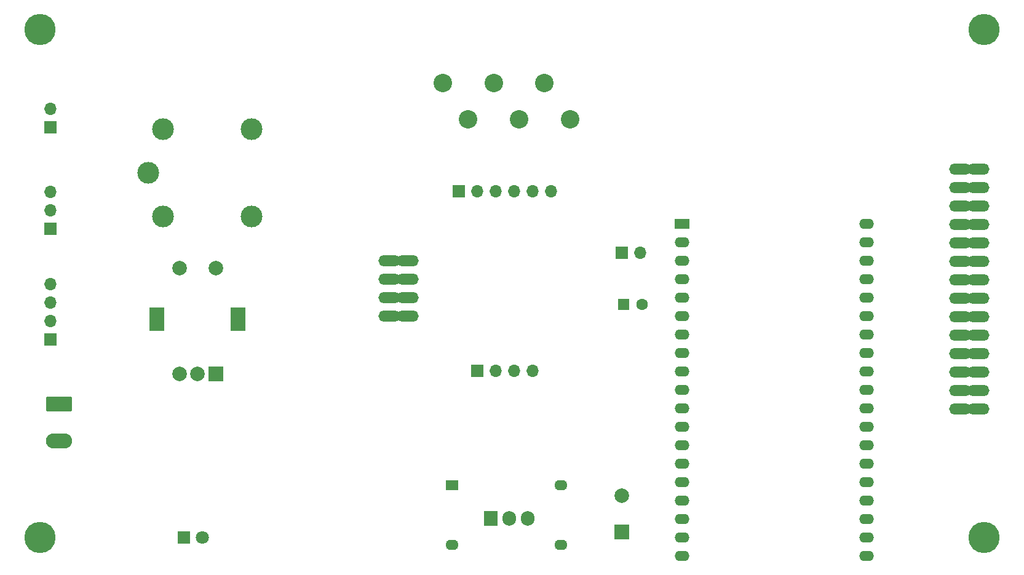
<source format=gbr>
%TF.GenerationSoftware,KiCad,Pcbnew,7.0.1*%
%TF.CreationDate,2024-11-06T10:01:19+01:00*%
%TF.ProjectId,mangiatoia,6d616e67-6961-4746-9f69-612e6b696361,1.1*%
%TF.SameCoordinates,Original*%
%TF.FileFunction,Soldermask,Bot*%
%TF.FilePolarity,Negative*%
%FSLAX46Y46*%
G04 Gerber Fmt 4.6, Leading zero omitted, Abs format (unit mm)*
G04 Created by KiCad (PCBNEW 7.0.1) date 2024-11-06 10:01:19*
%MOMM*%
%LPD*%
G01*
G04 APERTURE LIST*
G04 Aperture macros list*
%AMRoundRect*
0 Rectangle with rounded corners*
0 $1 Rounding radius*
0 $2 $3 $4 $5 $6 $7 $8 $9 X,Y pos of 4 corners*
0 Add a 4 corners polygon primitive as box body*
4,1,4,$2,$3,$4,$5,$6,$7,$8,$9,$2,$3,0*
0 Add four circle primitives for the rounded corners*
1,1,$1+$1,$2,$3*
1,1,$1+$1,$4,$5*
1,1,$1+$1,$6,$7*
1,1,$1+$1,$8,$9*
0 Add four rect primitives between the rounded corners*
20,1,$1+$1,$2,$3,$4,$5,0*
20,1,$1+$1,$4,$5,$6,$7,0*
20,1,$1+$1,$6,$7,$8,$9,0*
20,1,$1+$1,$8,$9,$2,$3,0*%
G04 Aperture macros list end*
%ADD10O,3.000000X1.500000*%
%ADD11R,1.800000X1.800000*%
%ADD12C,1.800000*%
%ADD13R,2.000000X2.000000*%
%ADD14C,2.000000*%
%ADD15R,2.000000X3.200000*%
%ADD16R,1.700000X1.700000*%
%ADD17O,1.700000X1.700000*%
%ADD18R,2.000000X1.400000*%
%ADD19O,2.000000X1.400000*%
%ADD20RoundRect,0.249999X-1.550001X0.790001X-1.550001X-0.790001X1.550001X-0.790001X1.550001X0.790001X0*%
%ADD21O,3.600000X2.080000*%
%ADD22C,4.300000*%
%ADD23R,1.905000X2.000000*%
%ADD24O,1.905000X2.000000*%
%ADD25R,1.600000X1.600000*%
%ADD26C,1.600000*%
%ADD27R,1.800000X1.400000*%
%ADD28O,1.800000X1.400000*%
%ADD29C,2.540000*%
%ADD30C,3.000000*%
G04 APERTURE END LIST*
D10*
%TO.C,U2*%
X201706902Y-69320700D03*
X204246902Y-69320700D03*
X201706902Y-71860700D03*
X204246902Y-71860700D03*
X201706902Y-74400700D03*
X204246902Y-74400700D03*
X201706902Y-76940700D03*
X204246902Y-76940700D03*
X201706902Y-79480700D03*
X204246902Y-79480700D03*
X201706902Y-82020700D03*
X204246902Y-82020700D03*
X201706902Y-84560700D03*
X204246902Y-84560700D03*
X201706902Y-87100700D03*
X204246902Y-87100700D03*
X201706902Y-89640700D03*
X204246902Y-89640700D03*
X201706902Y-92180700D03*
X204246902Y-92180700D03*
X201706902Y-94720700D03*
X204246902Y-94720700D03*
X201706902Y-97260700D03*
X204246902Y-97260700D03*
X201706902Y-99800700D03*
X204246902Y-99800700D03*
X201706902Y-102340700D03*
X204246902Y-102340700D03*
X123086902Y-82010700D03*
X125626902Y-82010700D03*
X123086902Y-84550700D03*
X125626902Y-84550700D03*
X123086902Y-87090700D03*
X125626902Y-87090700D03*
X123086902Y-89630700D03*
X125626902Y-89630700D03*
%TD*%
D11*
%TO.C,DL1*%
X94805000Y-120095000D03*
D12*
X97345000Y-120095000D03*
%TD*%
D13*
%TO.C,ENC1*%
X99210000Y-97515000D03*
D14*
X94210000Y-97515000D03*
X96710000Y-97515000D03*
D15*
X91110000Y-90015000D03*
X102310000Y-90015000D03*
D14*
X94210000Y-83015000D03*
X99210000Y-83015000D03*
%TD*%
D16*
%TO.C,JP1*%
X155115000Y-80899000D03*
D17*
X157655000Y-80899000D03*
%TD*%
D16*
%TO.C,J5*%
X135255000Y-97155000D03*
D17*
X137795000Y-97155000D03*
X140335000Y-97155000D03*
X142875000Y-97155000D03*
%TD*%
D18*
%TO.C,U1*%
X163385000Y-76930000D03*
D19*
X163385000Y-79470000D03*
X163385000Y-82010000D03*
X163385000Y-84550000D03*
X163385000Y-87090000D03*
X163385000Y-89630000D03*
X163385000Y-92170000D03*
X163385000Y-94710000D03*
X163385000Y-97250000D03*
X163385000Y-99790000D03*
X163385000Y-102330000D03*
X163385000Y-104870000D03*
X163385000Y-107410000D03*
X163385000Y-109950000D03*
X163385000Y-112490000D03*
X163385000Y-115030000D03*
X163385000Y-117570000D03*
X163385000Y-120110000D03*
X163385000Y-122650000D03*
X188781320Y-122647280D03*
X188781320Y-120107280D03*
X188785000Y-117570000D03*
X188785000Y-115030000D03*
X188785000Y-112490000D03*
X188785000Y-109950000D03*
X188785000Y-107410000D03*
X188785000Y-104870000D03*
X188785000Y-102330000D03*
X188785000Y-99790000D03*
X188785000Y-97250000D03*
X188785000Y-94710000D03*
X188785000Y-92170000D03*
X188785000Y-89630000D03*
X188785000Y-87090000D03*
X188785000Y-84550000D03*
X188785000Y-82010000D03*
X188785000Y-79470000D03*
X188785000Y-76930000D03*
%TD*%
D20*
%TO.C,J1*%
X77660000Y-101695000D03*
D21*
X77660000Y-106775000D03*
%TD*%
D22*
%TO.C,H3*%
X75030000Y-120095000D03*
%TD*%
D16*
%TO.C,J3*%
X76422500Y-77550000D03*
D17*
X76422500Y-75010000D03*
X76422500Y-72470000D03*
%TD*%
D22*
%TO.C,H2*%
X205030000Y-50095000D03*
%TD*%
D23*
%TO.C,U5*%
X137086000Y-117475000D03*
D24*
X139626000Y-117475000D03*
X142166000Y-117475000D03*
%TD*%
D25*
%TO.C,C1*%
X155374000Y-88011000D03*
D26*
X157874000Y-88011000D03*
%TD*%
D16*
%TO.C,J4*%
X76422500Y-63595000D03*
D17*
X76422500Y-61055000D03*
%TD*%
D27*
%TO.C,U3*%
X131755000Y-112903000D03*
D28*
X131755000Y-121103000D03*
X146755000Y-112903000D03*
X146755000Y-121103000D03*
%TD*%
D22*
%TO.C,H1*%
X75030000Y-50095000D03*
%TD*%
%TO.C,H4*%
X205030000Y-120095000D03*
%TD*%
D13*
%TO.C,C2*%
X155130000Y-119302677D03*
D14*
X155130000Y-114302677D03*
%TD*%
D16*
%TO.C,J2*%
X76422500Y-92795000D03*
D17*
X76422500Y-90255000D03*
X76422500Y-87715000D03*
X76422500Y-85175000D03*
%TD*%
D29*
%TO.C,J7*%
X147982000Y-62531000D03*
X144482000Y-57531000D03*
X140982000Y-62531000D03*
X137482000Y-57531000D03*
X133982000Y-62531000D03*
X130482000Y-57531000D03*
%TD*%
D30*
%TO.C,K1*%
X89930000Y-69850000D03*
X104130000Y-63850000D03*
X104130000Y-75850000D03*
X91930000Y-75850000D03*
X91930000Y-63850000D03*
%TD*%
D16*
%TO.C,J6*%
X132705000Y-72390000D03*
D17*
X135245000Y-72390000D03*
X137785000Y-72390000D03*
X140325000Y-72390000D03*
X142865000Y-72390000D03*
X145405000Y-72390000D03*
%TD*%
M02*

</source>
